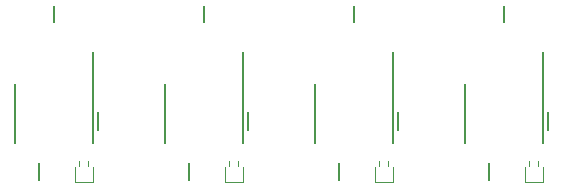
<source format=gto>
%TF.GenerationSoftware,KiCad,Pcbnew,(5.1.8)-1*%
%TF.CreationDate,2021-03-06T21:18:19+09:00*%
%TF.ProjectId,motor_driver,6d6f746f-725f-4647-9269-7665722e6b69,rev?*%
%TF.SameCoordinates,PX54c81a0PY87a6900*%
%TF.FileFunction,Legend,Top*%
%TF.FilePolarity,Positive*%
%FSLAX46Y46*%
G04 Gerber Fmt 4.6, Leading zero omitted, Abs format (unit mm)*
G04 Created by KiCad (PCBNEW (5.1.8)-1) date 2021-03-06 21:18:19*
%MOMM*%
%LPD*%
G01*
G04 APERTURE LIST*
%ADD10C,0.120000*%
%ADD11C,0.200000*%
%ADD12C,0.100000*%
%ADD13R,1.700000X1.700000*%
%ADD14O,1.700000X1.700000*%
%ADD15C,1.700000*%
%ADD16R,0.940000X0.750000*%
%ADD17R,1.850000X3.500000*%
%ADD18R,0.800000X0.800000*%
%ADD19R,1.050000X1.800000*%
%ADD20R,2.390000X2.390000*%
%ADD21R,0.650000X1.525000*%
G04 APERTURE END LIST*
D10*
X49022000Y1016000D02*
X49022000Y2286000D01*
X47498000Y1016000D02*
X49022000Y1016000D01*
X47498000Y2286000D02*
X47498000Y1016000D01*
X36322000Y1016000D02*
X36322000Y2286000D01*
X34798000Y1016000D02*
X36322000Y1016000D01*
X34798000Y2286000D02*
X34798000Y1016000D01*
X23622000Y1016000D02*
X23622000Y2286000D01*
X22098000Y1016000D02*
X23622000Y1016000D01*
X22098000Y2286000D02*
X22098000Y1016000D01*
X10922000Y1016000D02*
X10922000Y2286000D01*
X9398000Y1016000D02*
X10922000Y1016000D01*
X9398000Y2286000D02*
X9398000Y1016000D01*
D11*
%TO.C,C12*%
X10920000Y12020000D02*
X10920000Y4320000D01*
X4320000Y9270000D02*
X4320000Y4320000D01*
D12*
%TO.C,D1*%
X10560000Y2340000D02*
X10560000Y2740000D01*
X9760000Y2340000D02*
X9760000Y2740000D01*
%TO.C,D2*%
X22460000Y2340000D02*
X22460000Y2740000D01*
X23260000Y2340000D02*
X23260000Y2740000D01*
%TO.C,D3*%
X35160000Y2340000D02*
X35160000Y2740000D01*
X35960000Y2340000D02*
X35960000Y2740000D01*
%TO.C,D4*%
X48660000Y2340000D02*
X48660000Y2740000D01*
X47860000Y2340000D02*
X47860000Y2740000D01*
D11*
%TO.C,R1*%
X6350000Y2605000D02*
X6350000Y1205000D01*
%TO.C,R2*%
X19050000Y2605000D02*
X19050000Y1205000D01*
%TO.C,R3*%
X31750000Y2605000D02*
X31750000Y1205000D01*
%TO.C,R4*%
X44450000Y2605000D02*
X44450000Y1205000D01*
%TO.C,R5*%
X7620000Y15940000D02*
X7620000Y14540000D01*
%TO.C,R6*%
X20320000Y15940000D02*
X20320000Y14540000D01*
%TO.C,R7*%
X33020000Y15940000D02*
X33020000Y14540000D01*
%TO.C,R8*%
X45720000Y15940000D02*
X45720000Y14540000D01*
%TO.C,U3*%
X11390000Y5415000D02*
X11390000Y6940000D01*
%TO.C,U4*%
X24090000Y5415000D02*
X24090000Y6940000D01*
%TO.C,U5*%
X36790000Y5415000D02*
X36790000Y6940000D01*
%TO.C,U6*%
X49490000Y5415000D02*
X49490000Y6940000D01*
%TO.C,C9*%
X17020000Y9270000D02*
X17020000Y4320000D01*
X23620000Y12020000D02*
X23620000Y4320000D01*
%TO.C,C10*%
X36320000Y12020000D02*
X36320000Y4320000D01*
X29720000Y9270000D02*
X29720000Y4320000D01*
%TO.C,C11*%
X42420000Y9270000D02*
X42420000Y4320000D01*
X49020000Y12020000D02*
X49020000Y4320000D01*
%TD*%
%LPC*%
D13*
%TO.C,J1*%
X2540000Y15240000D03*
D14*
X2540000Y12700000D03*
X2540000Y10160000D03*
%TD*%
D15*
%TO.C,J2*%
X15240000Y2540000D03*
D14*
X12700000Y2540000D03*
%TD*%
%TO.C,J3*%
X25400000Y2540000D03*
D15*
X27940000Y2540000D03*
%TD*%
D13*
%TO.C,J4*%
X40640000Y2540000D03*
D14*
X38100000Y2540000D03*
%TD*%
%TO.C,J5*%
X50800000Y2540000D03*
D15*
X53340000Y2540000D03*
%TD*%
D14*
%TO.C,J9*%
X53340000Y15240000D03*
D15*
X50800000Y15240000D03*
%TD*%
%TO.C,J8*%
X38100000Y15240000D03*
D14*
X40640000Y15240000D03*
%TD*%
%TO.C,J7*%
X27940000Y15240000D03*
D15*
X25400000Y15240000D03*
%TD*%
%TO.C,J6*%
X12700000Y15240000D03*
D14*
X15240000Y15240000D03*
%TD*%
D16*
%TO.C,C1*%
X5080000Y12000000D03*
X5080000Y13400000D03*
%TD*%
%TO.C,C2*%
X17780000Y12000000D03*
X17780000Y13400000D03*
%TD*%
%TO.C,C3*%
X30480000Y12000000D03*
X30480000Y13400000D03*
%TD*%
%TO.C,C4*%
X43180000Y13400000D03*
X43180000Y12000000D03*
%TD*%
%TO.C,C5*%
X10160000Y13400000D03*
X10160000Y12000000D03*
%TD*%
%TO.C,C6*%
X22860000Y12000000D03*
X22860000Y13400000D03*
%TD*%
%TO.C,C7*%
X35560000Y12000000D03*
X35560000Y13400000D03*
%TD*%
%TO.C,C8*%
X48260000Y12000000D03*
X48260000Y13400000D03*
%TD*%
D17*
%TO.C,C12*%
X7620000Y10270000D03*
X7620000Y4970000D03*
%TD*%
D18*
%TO.C,D1*%
X10160000Y1790000D03*
X10160000Y3290000D03*
%TD*%
%TO.C,D2*%
X22860000Y3290000D03*
X22860000Y1790000D03*
%TD*%
%TO.C,D3*%
X35560000Y3290000D03*
X35560000Y1790000D03*
%TD*%
%TO.C,D4*%
X48260000Y1790000D03*
X48260000Y3290000D03*
%TD*%
D19*
%TO.C,R1*%
X7900000Y1905000D03*
X4800000Y1905000D03*
%TD*%
%TO.C,R2*%
X17500000Y1905000D03*
X20600000Y1905000D03*
%TD*%
%TO.C,R3*%
X33300000Y1905000D03*
X30200000Y1905000D03*
%TD*%
%TO.C,R4*%
X42900000Y1905000D03*
X46000000Y1905000D03*
%TD*%
%TO.C,R5*%
X9170000Y15240000D03*
X6070000Y15240000D03*
%TD*%
%TO.C,R6*%
X18770000Y15240000D03*
X21870000Y15240000D03*
%TD*%
%TO.C,R7*%
X34570000Y15240000D03*
X31470000Y15240000D03*
%TD*%
%TO.C,R8*%
X44170000Y15240000D03*
X47270000Y15240000D03*
%TD*%
D20*
%TO.C,U3*%
X13970000Y8890000D03*
D21*
X12065000Y11602000D03*
X13335000Y11602000D03*
X14605000Y11602000D03*
X15875000Y11602000D03*
X15875000Y6178000D03*
X14605000Y6178000D03*
X13335000Y6178000D03*
X12065000Y6178000D03*
%TD*%
D20*
%TO.C,U4*%
X26670000Y8890000D03*
D21*
X24765000Y11602000D03*
X26035000Y11602000D03*
X27305000Y11602000D03*
X28575000Y11602000D03*
X28575000Y6178000D03*
X27305000Y6178000D03*
X26035000Y6178000D03*
X24765000Y6178000D03*
%TD*%
%TO.C,U5*%
X37465000Y6178000D03*
X38735000Y6178000D03*
X40005000Y6178000D03*
X41275000Y6178000D03*
X41275000Y11602000D03*
X40005000Y11602000D03*
X38735000Y11602000D03*
X37465000Y11602000D03*
D20*
X39370000Y8890000D03*
%TD*%
D21*
%TO.C,U6*%
X50165000Y6178000D03*
X51435000Y6178000D03*
X52705000Y6178000D03*
X53975000Y6178000D03*
X53975000Y11602000D03*
X52705000Y11602000D03*
X51435000Y11602000D03*
X50165000Y11602000D03*
D20*
X52070000Y8890000D03*
%TD*%
D17*
%TO.C,C9*%
X20320000Y10270000D03*
X20320000Y4970000D03*
%TD*%
%TO.C,C10*%
X33020000Y4970000D03*
X33020000Y10270000D03*
%TD*%
%TO.C,C11*%
X45720000Y10270000D03*
X45720000Y4970000D03*
%TD*%
M02*

</source>
